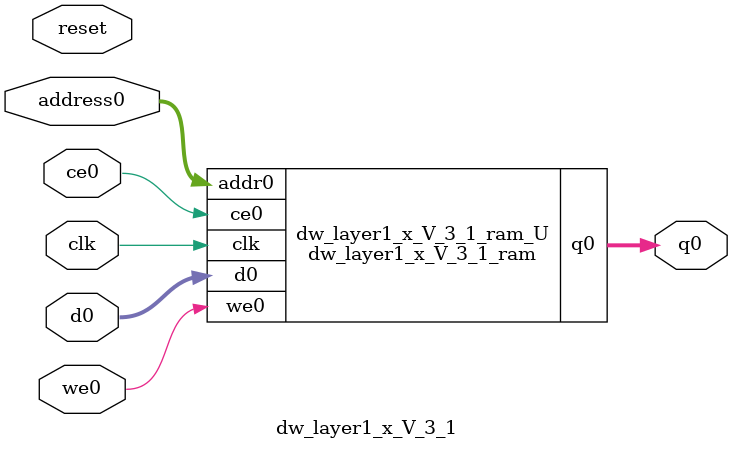
<source format=v>
`timescale 1 ns / 1 ps
module dw_layer1_x_V_3_1_ram (addr0, ce0, d0, we0, q0,  clk);

parameter DWIDTH = 8;
parameter AWIDTH = 4;
parameter MEM_SIZE = 10;

input[AWIDTH-1:0] addr0;
input ce0;
input[DWIDTH-1:0] d0;
input we0;
output reg[DWIDTH-1:0] q0;
input clk;

(* ram_style = "distributed" *)reg [DWIDTH-1:0] ram[0:MEM_SIZE-1];




always @(posedge clk)  
begin 
    if (ce0) begin
        if (we0) 
            ram[addr0] <= d0; 
        q0 <= ram[addr0];
    end
end


endmodule

`timescale 1 ns / 1 ps
module dw_layer1_x_V_3_1(
    reset,
    clk,
    address0,
    ce0,
    we0,
    d0,
    q0);

parameter DataWidth = 32'd8;
parameter AddressRange = 32'd10;
parameter AddressWidth = 32'd4;
input reset;
input clk;
input[AddressWidth - 1:0] address0;
input ce0;
input we0;
input[DataWidth - 1:0] d0;
output[DataWidth - 1:0] q0;



dw_layer1_x_V_3_1_ram dw_layer1_x_V_3_1_ram_U(
    .clk( clk ),
    .addr0( address0 ),
    .ce0( ce0 ),
    .we0( we0 ),
    .d0( d0 ),
    .q0( q0 ));

endmodule


</source>
